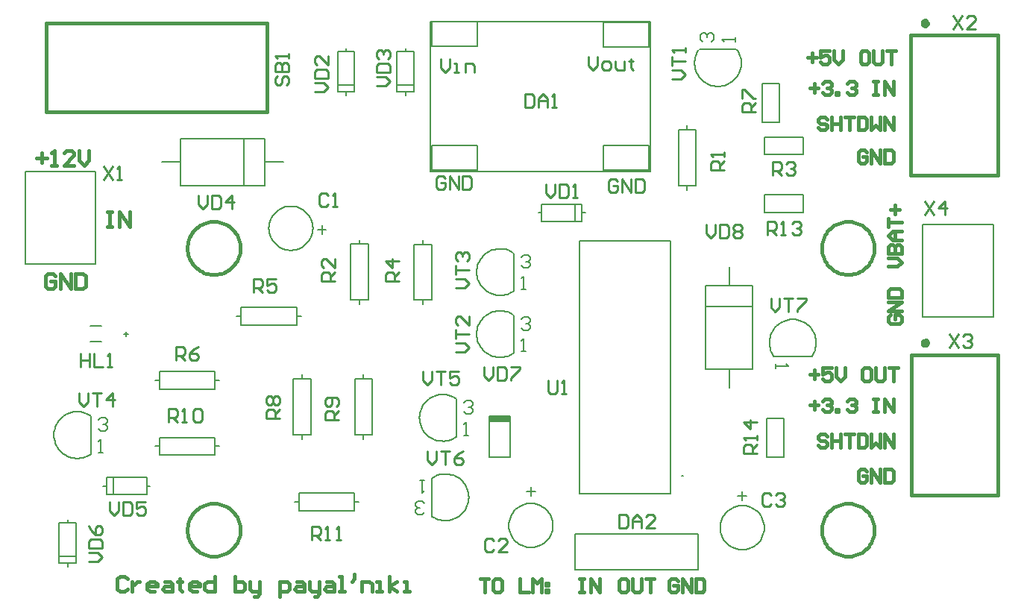
<source format=gto>
G04*
G04 #@! TF.GenerationSoftware,Altium Limited,Altium Designer,20.0.11 (256)*
G04*
G04 Layer_Color=65535*
%FSLAX25Y25*%
%MOIN*%
G70*
G01*
G75*
%ADD10C,0.00787*%
%ADD11C,0.00600*%
%ADD12C,0.02756*%
%ADD13C,0.01575*%
%ADD14C,0.00591*%
%ADD15C,0.01772*%
%ADD16C,0.01000*%
%ADD17R,0.09291X0.02622*%
D10*
X301414Y254016D02*
X300886Y253179D01*
X300439Y252297D01*
X300078Y251376D01*
X299806Y250425D01*
X299625Y249452D01*
X299537Y248467D01*
X299542Y247478D01*
X299642Y246493D01*
X299834Y245523D01*
X300117Y244575D01*
X300488Y243658D01*
X300945Y242781D01*
X301483Y241950D01*
X302097Y241175D01*
X302782Y240461D01*
X303531Y239815D01*
X304338Y239243D01*
X305196Y238750D01*
X306096Y238340D01*
X307032Y238018D01*
X307993Y237786D01*
X308973Y237645D01*
X309961Y237598D01*
X310949Y237645D01*
X311928Y237786D01*
X312890Y238018D01*
X313825Y238340D01*
X314725Y238750D01*
X315583Y239243D01*
X316390Y239815D01*
X317139Y240461D01*
X317824Y241175D01*
X318438Y241950D01*
X318976Y242781D01*
X319433Y243658D01*
X319805Y244575D01*
X320088Y245523D01*
X320280Y246493D01*
X320379Y247478D01*
X320385Y248467D01*
X320297Y249452D01*
X320115Y250425D01*
X319843Y251376D01*
X319482Y252297D01*
X319035Y253179D01*
X318507Y254016D01*
X218583Y135436D02*
X217746Y135964D01*
X216864Y136411D01*
X215943Y136772D01*
X214992Y137045D01*
X214019Y137226D01*
X213034Y137314D01*
X212045Y137308D01*
X211060Y137209D01*
X210090Y137017D01*
X209142Y136734D01*
X208225Y136362D01*
X207348Y135905D01*
X206517Y135367D01*
X205742Y134753D01*
X205028Y134069D01*
X204382Y133319D01*
X203810Y132512D01*
X203317Y131655D01*
X202907Y130754D01*
X202585Y129819D01*
X202352Y128857D01*
X202212Y127878D01*
X202165Y126890D01*
X202212Y125902D01*
X202352Y124922D01*
X202585Y123961D01*
X202907Y123026D01*
X203317Y122125D01*
X203810Y121267D01*
X204382Y120460D01*
X205028Y119711D01*
X205742Y119026D01*
X206517Y118412D01*
X207348Y117874D01*
X208225Y117418D01*
X209142Y117046D01*
X210090Y116763D01*
X211060Y116571D01*
X212045Y116471D01*
X213034Y116466D01*
X214019Y116554D01*
X214992Y116735D01*
X215943Y117007D01*
X216864Y117368D01*
X217746Y117815D01*
X218583Y118343D01*
Y163153D02*
X217746Y163681D01*
X216864Y164128D01*
X215943Y164489D01*
X214992Y164761D01*
X214019Y164942D01*
X213034Y165030D01*
X212045Y165025D01*
X211060Y164925D01*
X210090Y164733D01*
X209142Y164450D01*
X208225Y164078D01*
X207348Y163622D01*
X206517Y163084D01*
X205742Y162470D01*
X205028Y161785D01*
X204382Y161036D01*
X203810Y160229D01*
X203317Y159371D01*
X202907Y158470D01*
X202585Y157535D01*
X202352Y156574D01*
X202212Y155594D01*
X202165Y154606D01*
X202212Y153618D01*
X202352Y152639D01*
X202585Y151677D01*
X202907Y150742D01*
X203317Y149842D01*
X203810Y148984D01*
X204382Y148177D01*
X205028Y147427D01*
X205742Y146743D01*
X206517Y146129D01*
X207348Y145591D01*
X208225Y145134D01*
X209142Y144762D01*
X210090Y144479D01*
X211060Y144287D01*
X212045Y144188D01*
X213034Y144182D01*
X214019Y144270D01*
X214992Y144451D01*
X215943Y144724D01*
X216864Y145085D01*
X217746Y145532D01*
X218583Y146060D01*
X29606Y90318D02*
X28770Y90846D01*
X27887Y91293D01*
X26966Y91654D01*
X26015Y91926D01*
X25043Y92108D01*
X24057Y92196D01*
X23068Y92190D01*
X22084Y92091D01*
X21113Y91899D01*
X20166Y91615D01*
X19249Y91244D01*
X18371Y90787D01*
X17541Y90249D01*
X16765Y89635D01*
X16051Y88950D01*
X15405Y88201D01*
X14833Y87394D01*
X14341Y86536D01*
X13931Y85636D01*
X13609Y84701D01*
X13376Y83739D01*
X13236Y82760D01*
X13189Y81772D01*
X13236Y80783D01*
X13376Y79804D01*
X13609Y78843D01*
X13931Y77907D01*
X14341Y77007D01*
X14833Y76149D01*
X15406Y75342D01*
X16051Y74593D01*
X16765Y73908D01*
X17541Y73294D01*
X18371Y72756D01*
X19249Y72299D01*
X20166Y71928D01*
X21113Y71645D01*
X22084Y71453D01*
X23068Y71353D01*
X24057Y71348D01*
X25043Y71436D01*
X26015Y71617D01*
X26966Y71889D01*
X27887Y72250D01*
X28770Y72697D01*
X29606Y73225D01*
X192992Y98035D02*
X192156Y98563D01*
X191273Y99010D01*
X190352Y99371D01*
X189401Y99643D01*
X188428Y99824D01*
X187443Y99912D01*
X186454Y99906D01*
X185470Y99807D01*
X184499Y99615D01*
X183551Y99332D01*
X182635Y98960D01*
X181757Y98504D01*
X180927Y97966D01*
X180151Y97352D01*
X179437Y96667D01*
X178791Y95918D01*
X178219Y95111D01*
X177726Y94253D01*
X177317Y93352D01*
X176994Y92417D01*
X176762Y91456D01*
X176622Y90476D01*
X176575Y89488D01*
X176622Y88500D01*
X176762Y87521D01*
X176994Y86559D01*
X177317Y85624D01*
X177726Y84724D01*
X178219Y83866D01*
X178791Y83059D01*
X179437Y82309D01*
X180151Y81625D01*
X180927Y81011D01*
X181757Y80473D01*
X182635Y80016D01*
X183551Y79644D01*
X184499Y79361D01*
X185470Y79169D01*
X186454Y79070D01*
X187443Y79064D01*
X188428Y79152D01*
X189401Y79333D01*
X190352Y79606D01*
X191273Y79967D01*
X192156Y80414D01*
X192992Y80942D01*
X182205Y45391D02*
X183041Y44862D01*
X183924Y44416D01*
X184845Y44054D01*
X185796Y43782D01*
X186768Y43601D01*
X187754Y43513D01*
X188743Y43519D01*
X189727Y43618D01*
X190698Y43810D01*
X191646Y44093D01*
X192562Y44465D01*
X193440Y44922D01*
X194270Y45459D01*
X195046Y46073D01*
X195760Y46758D01*
X196405Y47508D01*
X196977Y48315D01*
X197470Y49172D01*
X197880Y50073D01*
X198203Y51008D01*
X198435Y51970D01*
X198575Y52949D01*
X198622Y53937D01*
X198575Y54925D01*
X198435Y55904D01*
X198203Y56866D01*
X197880Y57801D01*
X197470Y58702D01*
X196977Y59559D01*
X196405Y60366D01*
X195760Y61116D01*
X195046Y61801D01*
X194270Y62415D01*
X193440Y62953D01*
X192562Y63409D01*
X191646Y63781D01*
X190698Y64064D01*
X189727Y64256D01*
X188743Y64355D01*
X187754Y64361D01*
X186768Y64273D01*
X185796Y64092D01*
X184845Y63820D01*
X183924Y63458D01*
X183041Y63012D01*
X182205Y62483D01*
X351972Y117047D02*
X352500Y117884D01*
X352947Y118766D01*
X353308Y119687D01*
X353580Y120638D01*
X353761Y121611D01*
X353849Y122596D01*
X353844Y123585D01*
X353744Y124570D01*
X353552Y125540D01*
X353269Y126488D01*
X352897Y127405D01*
X352441Y128282D01*
X351903Y129113D01*
X351289Y129888D01*
X350604Y130602D01*
X349855Y131248D01*
X349048Y131820D01*
X348190Y132313D01*
X347289Y132723D01*
X346354Y133045D01*
X345393Y133277D01*
X344413Y133418D01*
X343425Y133465D01*
X342437Y133418D01*
X341458Y133277D01*
X340496Y133045D01*
X339561Y132723D01*
X338661Y132313D01*
X337803Y131820D01*
X336996Y131248D01*
X336246Y130602D01*
X335562Y129888D01*
X334948Y129113D01*
X334410Y128282D01*
X333953Y127405D01*
X333581Y126488D01*
X333298Y125540D01*
X333106Y124570D01*
X333007Y123585D01*
X333001Y122596D01*
X333089Y121611D01*
X333270Y120638D01*
X333543Y119687D01*
X333904Y118766D01*
X334351Y117884D01*
X334879Y117047D01*
X236221Y41339D02*
X236170Y42334D01*
X236019Y43320D01*
X235769Y44285D01*
X235423Y45220D01*
X234984Y46115D01*
X234456Y46961D01*
X233846Y47750D01*
X233159Y48472D01*
X232403Y49122D01*
X231584Y49691D01*
X230713Y50175D01*
X229796Y50568D01*
X228845Y50867D01*
X227868Y51068D01*
X226876Y51169D01*
X225879D01*
X224887Y51068D01*
X223911Y50867D01*
X222960Y50568D01*
X222043Y50175D01*
X221172Y49691D01*
X220353Y49122D01*
X219597Y48472D01*
X218910Y47750D01*
X218300Y46961D01*
X217772Y46115D01*
X217333Y45220D01*
X216987Y44285D01*
X216737Y43320D01*
X216586Y42334D01*
X216535Y41339D01*
X216586Y40343D01*
X216737Y39357D01*
X216987Y38392D01*
X217333Y37457D01*
X217772Y36562D01*
X218300Y35716D01*
X218910Y34927D01*
X219597Y34205D01*
X220353Y33555D01*
X221172Y32986D01*
X222043Y32502D01*
X222960Y32109D01*
X223911Y31810D01*
X224887Y31610D01*
X225879Y31509D01*
X226876D01*
X227868Y31610D01*
X228845Y31810D01*
X229796Y32109D01*
X230713Y32502D01*
X231584Y32986D01*
X232403Y33555D01*
X233159Y34205D01*
X233846Y34927D01*
X234456Y35716D01*
X234984Y36562D01*
X235423Y37457D01*
X235769Y38392D01*
X236019Y39357D01*
X236170Y40343D01*
X236221Y41339D01*
X330709Y40354D02*
X330658Y41350D01*
X330507Y42336D01*
X330257Y43301D01*
X329911Y44236D01*
X329472Y45131D01*
X328944Y45977D01*
X328334Y46766D01*
X327647Y47488D01*
X326891Y48138D01*
X326073Y48707D01*
X325201Y49191D01*
X324285Y49584D01*
X323333Y49883D01*
X322357Y50083D01*
X321365Y50184D01*
X320368D01*
X319376Y50083D01*
X318399Y49883D01*
X317448Y49584D01*
X316532Y49191D01*
X315660Y48707D01*
X314842Y48138D01*
X314085Y47488D01*
X313398Y46766D01*
X312788Y45977D01*
X312260Y45131D01*
X311821Y44236D01*
X311475Y43301D01*
X311225Y42336D01*
X311074Y41350D01*
X311024Y40354D01*
X311074Y39359D01*
X311225Y38373D01*
X311475Y37408D01*
X311821Y36473D01*
X312260Y35578D01*
X312788Y34732D01*
X313398Y33943D01*
X314085Y33220D01*
X314842Y32571D01*
X315660Y32002D01*
X316532Y31518D01*
X317448Y31124D01*
X318399Y30826D01*
X319376Y30625D01*
X320368Y30524D01*
X321365D01*
X322357Y30625D01*
X323333Y30826D01*
X324285Y31124D01*
X325201Y31518D01*
X326073Y32002D01*
X326891Y32571D01*
X327647Y33220D01*
X328334Y33943D01*
X328944Y34732D01*
X329472Y35578D01*
X329911Y36473D01*
X330257Y37408D01*
X330507Y38373D01*
X330658Y39359D01*
X330709Y40354D01*
X128937Y174213D02*
X128886Y175208D01*
X128735Y176194D01*
X128486Y177159D01*
X128139Y178094D01*
X127700Y178989D01*
X127173Y179835D01*
X126563Y180624D01*
X125876Y181346D01*
X125119Y181996D01*
X124301Y182565D01*
X123429Y183049D01*
X122513Y183442D01*
X121562Y183741D01*
X120585Y183942D01*
X119593Y184043D01*
X118596D01*
X117604Y183942D01*
X116627Y183741D01*
X115676Y183442D01*
X114760Y183049D01*
X113888Y182565D01*
X113070Y181996D01*
X112313Y181346D01*
X111626Y180624D01*
X111016Y179835D01*
X110489Y178989D01*
X110050Y178094D01*
X109703Y177159D01*
X109453Y176194D01*
X109302Y175208D01*
X109252Y174213D01*
X109302Y173217D01*
X109453Y172231D01*
X109703Y171266D01*
X110050Y170331D01*
X110489Y169436D01*
X111016Y168590D01*
X111626Y167801D01*
X112313Y167079D01*
X113070Y166429D01*
X113888Y165860D01*
X114760Y165376D01*
X115676Y164983D01*
X116628Y164684D01*
X117604Y164484D01*
X118596Y164383D01*
X119593D01*
X120585Y164484D01*
X121562Y164684D01*
X122513Y164983D01*
X123429Y165376D01*
X124301Y165860D01*
X125119Y166429D01*
X125876Y167079D01*
X126563Y167801D01*
X127173Y168590D01*
X127700Y169436D01*
X128139Y170331D01*
X128486Y171266D01*
X128735Y172231D01*
X128886Y173217D01*
X128937Y174213D01*
X301693Y254134D02*
X318228D01*
X218701Y118622D02*
Y135158D01*
Y146339D02*
Y162874D01*
X29724Y73504D02*
Y90039D01*
X193110Y81221D02*
Y97756D01*
X182087Y45669D02*
Y62205D01*
X335157Y116929D02*
X351693D01*
X330906Y181387D02*
X348228D01*
X330906Y189261D02*
X348228D01*
Y181387D02*
Y189261D01*
X330906Y181387D02*
Y189261D01*
X339567Y72047D02*
Y89370D01*
X331693Y72047D02*
Y89370D01*
X339567D01*
X331693Y72047D02*
X339567D01*
X337598Y221654D02*
Y238976D01*
X329724Y221654D02*
Y238976D01*
X337598D01*
X329724Y221654D02*
X337598D01*
X330906Y207073D02*
X348228D01*
X330906Y214947D02*
X348228D01*
Y207073D02*
Y214947D01*
X330906Y207073D02*
Y214947D01*
X207864Y71862D02*
Y90110D01*
X217155D01*
Y71862D02*
Y90110D01*
X207864Y71862D02*
X217155D01*
X97941Y193583D02*
Y213898D01*
X61433Y203740D02*
X69890D01*
X107291D02*
X115748D01*
X107291Y193307D02*
Y214173D01*
X69890D02*
X107291D01*
X69890Y193307D02*
Y214173D01*
Y193307D02*
X107291D01*
X325392Y111205D02*
Y148607D01*
X304526Y111205D02*
X325392D01*
X304526D02*
Y148607D01*
X325392D01*
X314959D02*
Y157064D01*
Y102749D02*
Y111205D01*
X304802Y139257D02*
X325117D01*
X301181Y21654D02*
Y37402D01*
X246063D02*
X301181D01*
X246063Y21654D02*
Y37402D01*
Y21654D02*
X301181D01*
X229606Y181102D02*
X231181D01*
X249134D02*
X250709D01*
X246063Y177736D02*
Y184468D01*
X249134Y177342D02*
Y184862D01*
X231181D02*
X249134D01*
X231181Y177342D02*
Y184862D01*
Y177342D02*
X249134D01*
X54646Y59055D02*
X56221D01*
X35118D02*
X36693D01*
X39764Y55689D02*
Y62421D01*
X36693Y55295D02*
Y62815D01*
Y55295D02*
X54646D01*
Y62815D01*
X36693D02*
X54646D01*
X19291Y42441D02*
Y44016D01*
Y22913D02*
Y24488D01*
X15925Y27559D02*
X22658D01*
X15531Y24488D02*
X23051D01*
Y42441D01*
X15531D02*
X23051D01*
X15531Y24488D02*
Y42441D01*
X258676Y257975D02*
Y263487D01*
X279206Y255217D02*
Y266240D01*
X258675D02*
X279206D01*
X258675Y255217D02*
X279206D01*
X258676Y263487D02*
Y266243D01*
Y255219D02*
Y257975D01*
X202466Y258167D02*
Y263679D01*
X181936Y255413D02*
Y266437D01*
Y255413D02*
X202467D01*
X181936Y266437D02*
X202467D01*
X202466Y255411D02*
Y258167D01*
Y263679D02*
Y266434D01*
X258676Y202857D02*
Y208369D01*
X279206Y200099D02*
Y211122D01*
X258675D02*
X279206D01*
X258675Y200099D02*
X279206D01*
X258676Y208369D02*
Y211125D01*
Y200101D02*
Y202857D01*
X202466Y203049D02*
Y208560D01*
X181936Y200295D02*
Y211319D01*
Y200295D02*
X202467D01*
X181936Y211319D02*
X202467D01*
X202466Y200293D02*
Y203049D01*
Y208560D02*
Y211316D01*
X143701Y253071D02*
Y254646D01*
Y233543D02*
Y235118D01*
X140335Y238189D02*
X147067D01*
X139941Y235118D02*
X147461D01*
Y253071D01*
X139941D02*
X147461D01*
X139941Y235118D02*
Y253071D01*
X45472Y125984D02*
Y127953D01*
X44488Y126969D02*
X46457D01*
X29528Y130512D02*
X34449D01*
X29528Y123425D02*
X34449D01*
X170276Y253071D02*
Y254646D01*
Y233543D02*
Y235118D01*
X166909Y238189D02*
X173642D01*
X166516Y235118D02*
X174035D01*
Y253071D01*
X166516D02*
X174035D01*
X166516Y235118D02*
Y253071D01*
D11*
X294467Y63450D02*
X293867D01*
X294467D01*
X288918Y55469D02*
Y168669D01*
X248118Y55469D02*
X288918D01*
X248118D02*
Y168669D01*
X288918D01*
D12*
X403445Y265709D02*
X402901Y266458D01*
X402021Y266172D01*
Y265246D01*
X402901Y264960D01*
X403445Y265709D01*
X403504Y122832D02*
X402960Y123581D01*
X402080Y123294D01*
Y122369D01*
X402960Y122083D01*
X403504Y122832D01*
D13*
X379921Y165354D02*
X379879Y166356D01*
X379751Y167350D01*
X379540Y168330D01*
X379247Y169289D01*
X378873Y170219D01*
X378421Y171115D01*
X377896Y171968D01*
X377300Y172774D01*
X376637Y173527D01*
X375914Y174221D01*
X375133Y174850D01*
X374303Y175412D01*
X373428Y175901D01*
X372514Y176314D01*
X371569Y176648D01*
X370599Y176900D01*
X369610Y177070D01*
X368612Y177155D01*
X367609D01*
X366610Y177070D01*
X365622Y176900D01*
X364652Y176648D01*
X363706Y176314D01*
X362793Y175901D01*
X361918Y175412D01*
X361087Y174850D01*
X360307Y174221D01*
X359583Y173527D01*
X358921Y172774D01*
X358325Y171968D01*
X357799Y171115D01*
X357348Y170219D01*
X356974Y169289D01*
X356680Y168330D01*
X356469Y167350D01*
X356342Y166356D01*
X356299Y165354D01*
X356342Y164353D01*
X356469Y163358D01*
X356680Y162378D01*
X356974Y161420D01*
X357348Y160489D01*
X357799Y159594D01*
X358325Y158740D01*
X358921Y157934D01*
X359583Y157182D01*
X360307Y156488D01*
X361087Y155858D01*
X361918Y155297D01*
X362793Y154808D01*
X363706Y154395D01*
X364652Y154061D01*
X365622Y153808D01*
X366610Y153639D01*
X367609Y153554D01*
X368612D01*
X369611Y153639D01*
X370599Y153808D01*
X371569Y154061D01*
X372514Y154395D01*
X373428Y154808D01*
X374303Y155297D01*
X375133Y155858D01*
X375914Y156488D01*
X376637Y157182D01*
X377300Y157934D01*
X377896Y158740D01*
X378421Y159594D01*
X378873Y160489D01*
X379247Y161420D01*
X379540Y162378D01*
X379751Y163358D01*
X379879Y164353D01*
X379921Y165354D01*
X96457D02*
X96414Y166356D01*
X96287Y167350D01*
X96076Y168330D01*
X95782Y169289D01*
X95408Y170219D01*
X94957Y171115D01*
X94431Y171968D01*
X93835Y172774D01*
X93173Y173527D01*
X92449Y174221D01*
X91669Y174850D01*
X90838Y175412D01*
X89963Y175901D01*
X89050Y176314D01*
X88104Y176648D01*
X87134Y176900D01*
X86146Y177070D01*
X85147Y177155D01*
X84144D01*
X83145Y177070D01*
X82157Y176900D01*
X81187Y176648D01*
X80242Y176314D01*
X79328Y175901D01*
X78453Y175412D01*
X77622Y174850D01*
X76842Y174221D01*
X76119Y173527D01*
X75456Y172774D01*
X74860Y171968D01*
X74335Y171115D01*
X73883Y170219D01*
X73509Y169289D01*
X73216Y168330D01*
X73005Y167350D01*
X72877Y166356D01*
X72835Y165354D01*
X72877Y164353D01*
X73005Y163358D01*
X73216Y162378D01*
X73509Y161420D01*
X73883Y160489D01*
X74335Y159594D01*
X74860Y158740D01*
X75456Y157934D01*
X76119Y157182D01*
X76842Y156488D01*
X77622Y155858D01*
X78453Y155297D01*
X79328Y154808D01*
X80242Y154395D01*
X81187Y154061D01*
X82157Y153808D01*
X83145Y153639D01*
X84144Y153554D01*
X85147D01*
X86146Y153639D01*
X87134Y153808D01*
X88104Y154061D01*
X89050Y154395D01*
X89963Y154808D01*
X90838Y155297D01*
X91669Y155858D01*
X92449Y156488D01*
X93173Y157182D01*
X93835Y157934D01*
X94431Y158740D01*
X94957Y159594D01*
X95408Y160489D01*
X95782Y161420D01*
X96076Y162378D01*
X96287Y163358D01*
X96414Y164353D01*
X96457Y165354D01*
X379921Y39370D02*
X379879Y40372D01*
X379751Y41366D01*
X379540Y42346D01*
X379247Y43305D01*
X378873Y44235D01*
X378421Y45130D01*
X377896Y45984D01*
X377300Y46790D01*
X376637Y47543D01*
X375914Y48236D01*
X375133Y48866D01*
X374303Y49428D01*
X373428Y49916D01*
X372514Y50329D01*
X371569Y50663D01*
X370599Y50916D01*
X369610Y51085D01*
X368612Y51170D01*
X367609D01*
X366610Y51085D01*
X365622Y50916D01*
X364652Y50663D01*
X363706Y50329D01*
X362793Y49916D01*
X361918Y49428D01*
X361087Y48866D01*
X360307Y48236D01*
X359583Y47543D01*
X358921Y46790D01*
X358325Y45984D01*
X357799Y45130D01*
X357348Y44235D01*
X356974Y43305D01*
X356680Y42346D01*
X356469Y41366D01*
X356342Y40372D01*
X356299Y39370D01*
X356342Y38368D01*
X356469Y37374D01*
X356680Y36394D01*
X356974Y35435D01*
X357348Y34505D01*
X357799Y33610D01*
X358325Y32756D01*
X358921Y31950D01*
X359583Y31198D01*
X360307Y30504D01*
X361087Y29874D01*
X361918Y29313D01*
X362793Y28824D01*
X363706Y28411D01*
X364652Y28077D01*
X365622Y27824D01*
X366610Y27655D01*
X367609Y27570D01*
X368612D01*
X369611Y27655D01*
X370599Y27824D01*
X371569Y28077D01*
X372514Y28411D01*
X373428Y28824D01*
X374303Y29313D01*
X375133Y29874D01*
X375914Y30504D01*
X376637Y31198D01*
X377300Y31950D01*
X377896Y32756D01*
X378421Y33610D01*
X378873Y34505D01*
X379247Y35435D01*
X379540Y36394D01*
X379751Y37374D01*
X379879Y38368D01*
X379921Y39370D01*
X96457D02*
X96414Y40372D01*
X96287Y41366D01*
X96076Y42346D01*
X95782Y43305D01*
X95408Y44235D01*
X94957Y45130D01*
X94431Y45984D01*
X93835Y46790D01*
X93173Y47543D01*
X92449Y48236D01*
X91669Y48866D01*
X90838Y49428D01*
X89963Y49916D01*
X89050Y50329D01*
X88104Y50663D01*
X87134Y50916D01*
X86146Y51085D01*
X85147Y51170D01*
X84144D01*
X83145Y51085D01*
X82157Y50916D01*
X81187Y50663D01*
X80242Y50329D01*
X79328Y49916D01*
X78453Y49428D01*
X77622Y48866D01*
X76842Y48236D01*
X76119Y47543D01*
X75456Y46790D01*
X74860Y45984D01*
X74335Y45130D01*
X73883Y44235D01*
X73509Y43305D01*
X73216Y42346D01*
X73005Y41366D01*
X72877Y40372D01*
X72835Y39370D01*
X72877Y38368D01*
X73005Y37374D01*
X73216Y36394D01*
X73509Y35435D01*
X73883Y34505D01*
X74335Y33610D01*
X74860Y32756D01*
X75456Y31950D01*
X76119Y31198D01*
X76842Y30504D01*
X77622Y29874D01*
X78453Y29313D01*
X79328Y28824D01*
X80242Y28411D01*
X81187Y28077D01*
X82157Y27824D01*
X83145Y27655D01*
X84144Y27570D01*
X85147D01*
X86146Y27655D01*
X87134Y27824D01*
X88104Y28077D01*
X89050Y28411D01*
X89963Y28824D01*
X90838Y29313D01*
X91669Y29874D01*
X92449Y30504D01*
X93173Y31198D01*
X93835Y31950D01*
X94431Y32756D01*
X94957Y33610D01*
X95408Y34505D01*
X95782Y35435D01*
X96076Y36394D01*
X96287Y37374D01*
X96414Y38368D01*
X96457Y39370D01*
X396260Y260591D02*
X435039D01*
Y197795D02*
Y260591D01*
X396260Y197795D02*
X435039D01*
X396260D02*
Y260591D01*
X396319Y54918D02*
Y117713D01*
Y54918D02*
X435099D01*
Y117713D01*
X396319D02*
X435099D01*
X9843Y226378D02*
Y265748D01*
X108268D01*
X9843Y226378D02*
X108268D01*
Y265748D01*
X203642Y17616D02*
X207577D01*
X205610D01*
Y11713D01*
X212497Y17616D02*
X210529D01*
X209545Y16632D01*
Y12697D01*
X210529Y11713D01*
X212497D01*
X213481Y12697D01*
Y16632D01*
X212497Y17616D01*
X221353D02*
Y11713D01*
X225288D01*
X227256D02*
Y17616D01*
X229224Y15648D01*
X231192Y17616D01*
Y11713D01*
X233160Y15648D02*
X234144D01*
Y14664D01*
X233160D01*
Y15648D01*
Y12697D02*
X234144D01*
Y11713D01*
X233160D01*
Y12697D01*
X387206Y135432D02*
X386222Y134448D01*
Y132480D01*
X387206Y131496D01*
X391142D01*
X392126Y132480D01*
Y134448D01*
X391142Y135432D01*
X389174D01*
Y133464D01*
X392126Y137400D02*
X386222D01*
X392126Y141335D01*
X386222D01*
Y143303D02*
X392126D01*
Y146255D01*
X391142Y147239D01*
X387206D01*
X386222Y146255D01*
Y143303D01*
X386222Y157087D02*
X390158D01*
X392126Y159055D01*
X390158Y161022D01*
X386222D01*
Y162990D02*
X392126D01*
Y165942D01*
X391142Y166926D01*
X390158D01*
X389174Y165942D01*
Y162990D01*
Y165942D01*
X388190Y166926D01*
X387206D01*
X386222Y165942D01*
Y162990D01*
X392126Y168894D02*
X388190D01*
X386222Y170862D01*
X388190Y172829D01*
X392126D01*
X389174D01*
Y168894D01*
X386222Y174797D02*
Y178733D01*
Y176765D01*
X392126D01*
X389174Y180701D02*
Y184637D01*
X387206Y182669D02*
X391142D01*
X292125Y16632D02*
X291141Y17616D01*
X289173D01*
X288189Y16632D01*
Y12697D01*
X289173Y11713D01*
X291141D01*
X292125Y12697D01*
Y14664D01*
X290157D01*
X294093Y11713D02*
Y17616D01*
X298028Y11713D01*
Y17616D01*
X299996D02*
Y11713D01*
X302948D01*
X303932Y12697D01*
Y16632D01*
X302948Y17616D01*
X299996D01*
X248130Y17419D02*
X250098D01*
X249114D01*
Y11516D01*
X248130D01*
X250098D01*
X253050D02*
Y17419D01*
X256985Y11516D01*
Y17419D01*
X268798D02*
X266830D01*
X265846Y16435D01*
Y12500D01*
X266830Y11516D01*
X268798D01*
X269782Y12500D01*
Y16435D01*
X268798Y17419D01*
X271750D02*
Y12500D01*
X272734Y11516D01*
X274702D01*
X275686Y12500D01*
Y17419D01*
X277654D02*
X281589D01*
X279622D01*
Y11516D01*
X350984Y108857D02*
X354920D01*
X352952Y110825D02*
Y106889D01*
X360824Y111809D02*
X356888D01*
Y108857D01*
X358856Y109841D01*
X359840D01*
X360824Y108857D01*
Y106889D01*
X359840Y105905D01*
X357872D01*
X356888Y106889D01*
X362791Y111809D02*
Y107873D01*
X364759Y105905D01*
X366727Y107873D01*
Y111809D01*
X377551D02*
X375583D01*
X374599Y110825D01*
Y106889D01*
X375583Y105905D01*
X377551D01*
X378534Y106889D01*
Y110825D01*
X377551Y111809D01*
X380502D02*
Y106889D01*
X381486Y105905D01*
X383454D01*
X384438Y106889D01*
Y111809D01*
X386406D02*
X390342D01*
X388374D01*
Y105905D01*
X376573Y65550D02*
X375590Y66533D01*
X373622D01*
X372638Y65550D01*
Y61614D01*
X373622Y60630D01*
X375590D01*
X376573Y61614D01*
Y63582D01*
X374606D01*
X378541Y60630D02*
Y66533D01*
X382477Y60630D01*
Y66533D01*
X384445D02*
Y60630D01*
X387397D01*
X388381Y61614D01*
Y65550D01*
X387397Y66533D01*
X384445D01*
X350984Y95078D02*
X354920D01*
X352952Y97046D02*
Y93110D01*
X356888Y97046D02*
X357872Y98030D01*
X359840D01*
X360824Y97046D01*
Y96062D01*
X359840Y95078D01*
X358856D01*
X359840D01*
X360824Y94094D01*
Y93110D01*
X359840Y92126D01*
X357872D01*
X356888Y93110D01*
X362791Y92126D02*
Y93110D01*
X363775D01*
Y92126D01*
X362791D01*
X367711Y97046D02*
X368695Y98030D01*
X370663D01*
X371647Y97046D01*
Y96062D01*
X370663Y95078D01*
X369679D01*
X370663D01*
X371647Y94094D01*
Y93110D01*
X370663Y92126D01*
X368695D01*
X367711Y93110D01*
X379518Y98030D02*
X381486D01*
X380502D01*
Y92126D01*
X379518D01*
X381486D01*
X384438D02*
Y98030D01*
X388374Y92126D01*
Y98030D01*
X358857Y81298D02*
X357873Y82282D01*
X355905D01*
X354921Y81298D01*
Y80314D01*
X355905Y79330D01*
X357873D01*
X358857Y78346D01*
Y77362D01*
X357873Y76378D01*
X355905D01*
X354921Y77362D01*
X360825Y82282D02*
Y76378D01*
Y79330D01*
X364761D01*
Y82282D01*
Y76378D01*
X366728Y82282D02*
X370664D01*
X368696D01*
Y76378D01*
X372632Y82282D02*
Y76378D01*
X375584D01*
X376568Y77362D01*
Y81298D01*
X375584Y82282D01*
X372632D01*
X378536D02*
Y76378D01*
X380504Y78346D01*
X382471Y76378D01*
Y82282D01*
X384439Y76378D02*
Y82282D01*
X388375Y76378D01*
Y82282D01*
X358857Y223030D02*
X357873Y224014D01*
X355905D01*
X354921Y223030D01*
Y222046D01*
X355905Y221062D01*
X357873D01*
X358857Y220078D01*
Y219094D01*
X357873Y218110D01*
X355905D01*
X354921Y219094D01*
X360825Y224014D02*
Y218110D01*
Y221062D01*
X364761D01*
Y224014D01*
Y218110D01*
X366728Y224014D02*
X370664D01*
X368696D01*
Y218110D01*
X372632Y224014D02*
Y218110D01*
X375584D01*
X376568Y219094D01*
Y223030D01*
X375584Y224014D01*
X372632D01*
X378536D02*
Y218110D01*
X380504Y220078D01*
X382471Y218110D01*
Y224014D01*
X384439Y218110D02*
Y224014D01*
X388375Y218110D01*
Y224014D01*
X350984Y236810D02*
X354920D01*
X352952Y238778D02*
Y234842D01*
X356888Y238778D02*
X357872Y239762D01*
X359840D01*
X360824Y238778D01*
Y237794D01*
X359840Y236810D01*
X358856D01*
X359840D01*
X360824Y235826D01*
Y234842D01*
X359840Y233858D01*
X357872D01*
X356888Y234842D01*
X362791Y233858D02*
Y234842D01*
X363775D01*
Y233858D01*
X362791D01*
X367711Y238778D02*
X368695Y239762D01*
X370663D01*
X371647Y238778D01*
Y237794D01*
X370663Y236810D01*
X369679D01*
X370663D01*
X371647Y235826D01*
Y234842D01*
X370663Y233858D01*
X368695D01*
X367711Y234842D01*
X379518Y239762D02*
X381486D01*
X380502D01*
Y233858D01*
X379518D01*
X381486D01*
X384438D02*
Y239762D01*
X388374Y233858D01*
Y239762D01*
X376573Y208266D02*
X375590Y209250D01*
X373622D01*
X372638Y208266D01*
Y204330D01*
X373622Y203346D01*
X375590D01*
X376573Y204330D01*
Y206298D01*
X374606D01*
X378541Y203346D02*
Y209250D01*
X382477Y203346D01*
Y209250D01*
X384445D02*
Y203346D01*
X387397D01*
X388381Y204330D01*
Y208266D01*
X387397Y209250D01*
X384445D01*
X350000Y250590D02*
X353936D01*
X351968Y252557D02*
Y248622D01*
X359839Y253541D02*
X355904D01*
Y250590D01*
X357872Y251573D01*
X358855D01*
X359839Y250590D01*
Y248622D01*
X358855Y247638D01*
X356888D01*
X355904Y248622D01*
X361807Y253541D02*
Y249606D01*
X363775Y247638D01*
X365743Y249606D01*
Y253541D01*
X376566D02*
X374598D01*
X373614Y252557D01*
Y248622D01*
X374598Y247638D01*
X376566D01*
X377550Y248622D01*
Y252557D01*
X376566Y253541D01*
X379518D02*
Y248622D01*
X380502Y247638D01*
X382470D01*
X383454Y248622D01*
Y253541D01*
X385422D02*
X389357D01*
X387389D01*
Y247638D01*
X13909Y152820D02*
X12794Y153935D01*
X10564D01*
X9449Y152820D01*
Y148359D01*
X10564Y147244D01*
X12794D01*
X13909Y148359D01*
Y150590D01*
X11679D01*
X16140Y147244D02*
Y153935D01*
X20600Y147244D01*
Y153935D01*
X22830D02*
Y147244D01*
X26176D01*
X27291Y148359D01*
Y152820D01*
X26176Y153935D01*
X22830D01*
X5512Y205708D02*
X9972D01*
X7742Y207938D02*
Y203477D01*
X12203Y202362D02*
X14433D01*
X13318D01*
Y209053D01*
X12203Y207938D01*
X22239Y202362D02*
X17778D01*
X22239Y206823D01*
Y207938D01*
X21124Y209053D01*
X18893D01*
X17778Y207938D01*
X24469Y209053D02*
Y204592D01*
X26699Y202362D01*
X28929Y204592D01*
Y209053D01*
X37008Y181494D02*
X39238D01*
X38123D01*
Y174803D01*
X37008D01*
X39238D01*
X42584D02*
Y181494D01*
X47044Y174803D01*
Y181494D01*
D14*
X401575Y175886D02*
X433071D01*
X401575Y134705D02*
Y175886D01*
Y134705D02*
X433071D01*
Y175886D01*
X296260Y191339D02*
Y193307D01*
Y218110D02*
Y220079D01*
X292323Y193307D02*
X300197D01*
Y218110D01*
X292323D02*
X300197D01*
X292323Y193307D02*
Y218110D01*
X151575Y80013D02*
Y81982D01*
Y106785D02*
Y108754D01*
X147638Y81982D02*
X155512D01*
Y106785D01*
X147638D02*
X155512D01*
X147638Y81982D02*
Y106785D01*
X120669Y51968D02*
X122638D01*
X147441D02*
X149409D01*
X122638Y48031D02*
Y55905D01*
Y48031D02*
X147441D01*
Y55905D01*
X122638D02*
X147441D01*
X58465Y76772D02*
X60433D01*
X85236D02*
X87205D01*
X60433Y72835D02*
Y80709D01*
Y72835D02*
X85236D01*
Y80709D01*
X60433D02*
X85236D01*
X181362Y199709D02*
X279787D01*
X181362D02*
Y266638D01*
X279787D01*
Y199709D02*
Y266638D01*
X121653Y134843D02*
X123622D01*
X94882D02*
X96850D01*
X121653Y130905D02*
Y138779D01*
X96850D02*
X121653D01*
X96850Y130905D02*
Y138779D01*
Y130905D02*
X121653D01*
X178150Y140157D02*
Y142126D01*
Y166929D02*
Y168898D01*
X174213Y142126D02*
X182087D01*
Y166929D01*
X174213D02*
X182087D01*
X174213Y142126D02*
Y166929D01*
X124016Y80013D02*
Y81982D01*
Y106785D02*
Y108754D01*
X120079Y81982D02*
X127953D01*
Y106785D01*
X120079D02*
X127953D01*
X120079Y81982D02*
Y106785D01*
X58465Y106299D02*
X60433D01*
X85236D02*
X87205D01*
X60433Y102362D02*
Y110236D01*
Y102362D02*
X85236D01*
Y110236D01*
X60433D02*
X85236D01*
X295Y199508D02*
X31791D01*
X295Y158327D02*
Y199508D01*
Y158327D02*
X31791D01*
Y199508D01*
X149694Y140308D02*
Y142277D01*
Y167080D02*
Y169048D01*
X145757Y142277D02*
X153631D01*
Y167080D01*
X145757D02*
X153631D01*
X145757Y142277D02*
Y167080D01*
X303202Y257563D02*
X302218Y258547D01*
Y260515D01*
X303202Y261499D01*
X304186D01*
X305170Y260515D01*
Y259531D01*
Y260515D01*
X306154Y261499D01*
X307138D01*
X308122Y260515D01*
Y258547D01*
X307138Y257563D01*
X317752D02*
Y259531D01*
Y258547D01*
X311848D01*
X312832Y257563D01*
X222130Y119098D02*
X224098D01*
X223114D01*
Y125002D01*
X222130Y124018D01*
Y133648D02*
X223114Y134632D01*
X225082D01*
X226066Y133648D01*
Y132664D01*
X225082Y131680D01*
X224098D01*
X225082D01*
X226066Y130696D01*
Y129712D01*
X225082Y128728D01*
X223114D01*
X222130Y129712D01*
Y161365D02*
X223114Y162348D01*
X225082D01*
X226066Y161365D01*
Y160381D01*
X225082Y159397D01*
X224098D01*
X225082D01*
X226066Y158413D01*
Y157429D01*
X225082Y156445D01*
X223114D01*
X222130Y157429D01*
Y146815D02*
X224098D01*
X223114D01*
Y152719D01*
X222130Y151735D01*
X33154Y73980D02*
X35121D01*
X34137D01*
Y79884D01*
X33154Y78900D01*
Y88530D02*
X34137Y89514D01*
X36105D01*
X37089Y88530D01*
Y87546D01*
X36105Y86562D01*
X35121D01*
X36105D01*
X37089Y85578D01*
Y84594D01*
X36105Y83610D01*
X34137D01*
X33154Y84594D01*
X196539Y96246D02*
X197523Y97230D01*
X199491D01*
X200475Y96246D01*
Y95262D01*
X199491Y94279D01*
X198507D01*
X199491D01*
X200475Y93295D01*
Y92311D01*
X199491Y91327D01*
X197523D01*
X196539Y92311D01*
Y81697D02*
X198507D01*
X197523D01*
Y87600D01*
X196539Y86616D01*
X178657Y61728D02*
X176690D01*
X177674D01*
Y55825D01*
X178657Y56809D01*
Y47179D02*
X177674Y46195D01*
X175706D01*
X174722Y47179D01*
Y48163D01*
X175706Y49147D01*
X176690D01*
X175706D01*
X174722Y50130D01*
Y51114D01*
X175706Y52098D01*
X177674D01*
X178657Y51114D01*
X335634Y113500D02*
Y111532D01*
Y112516D01*
X341537D01*
X340554Y113500D01*
X226475Y58465D02*
Y54529D01*
X228443Y56497D02*
X224507D01*
X320865Y56595D02*
Y52659D01*
X322833Y54627D02*
X318897D01*
X134916Y173534D02*
X130981D01*
X132949Y171566D02*
Y175502D01*
D15*
X45996Y17451D02*
X44881Y18567D01*
X42650D01*
X41535Y17451D01*
Y12991D01*
X42650Y11876D01*
X44881D01*
X45996Y12991D01*
X48226Y16336D02*
Y11876D01*
Y14106D01*
X49341Y15221D01*
X50456Y16336D01*
X51572D01*
X58262Y11876D02*
X56032D01*
X54917Y12991D01*
Y15221D01*
X56032Y16336D01*
X58262D01*
X59377Y15221D01*
Y14106D01*
X54917D01*
X62723Y16336D02*
X64953D01*
X66068Y15221D01*
Y11876D01*
X62723D01*
X61608Y12991D01*
X62723Y14106D01*
X66068D01*
X69414Y17451D02*
Y16336D01*
X68298D01*
X70529D01*
X69414D01*
Y12991D01*
X70529Y11876D01*
X77219D02*
X74989D01*
X73874Y12991D01*
Y15221D01*
X74989Y16336D01*
X77219D01*
X78334Y15221D01*
Y14106D01*
X73874D01*
X85025Y18567D02*
Y11876D01*
X81680D01*
X80565Y12991D01*
Y15221D01*
X81680Y16336D01*
X85025D01*
X93946Y18567D02*
Y11876D01*
X97292D01*
X98407Y12991D01*
Y14106D01*
Y15221D01*
X97292Y16336D01*
X93946D01*
X100637D02*
Y12991D01*
X101752Y11876D01*
X105097D01*
Y10761D01*
X103982Y9646D01*
X102867D01*
X105097Y11876D02*
Y16336D01*
X114018Y9646D02*
Y16336D01*
X117364D01*
X118479Y15221D01*
Y12991D01*
X117364Y11876D01*
X114018D01*
X121824Y16336D02*
X124055D01*
X125170Y15221D01*
Y11876D01*
X121824D01*
X120709Y12991D01*
X121824Y14106D01*
X125170D01*
X127400Y16336D02*
Y12991D01*
X128515Y11876D01*
X131860D01*
Y10761D01*
X130745Y9646D01*
X129630D01*
X131860Y11876D02*
Y16336D01*
X135206D02*
X137436D01*
X138551Y15221D01*
Y11876D01*
X135206D01*
X134091Y12991D01*
X135206Y14106D01*
X138551D01*
X140781Y11876D02*
X143012D01*
X141897D01*
Y18567D01*
X140781D01*
X147472Y19682D02*
Y17451D01*
X146357Y16336D01*
X150818Y11876D02*
Y16336D01*
X154163D01*
X155278Y15221D01*
Y11876D01*
X157508D02*
X159739D01*
X158624D01*
Y16336D01*
X157508D01*
X163084Y11876D02*
Y18567D01*
Y14106D02*
X166429Y16336D01*
X163084Y14106D02*
X166429Y11876D01*
X169775D02*
X172005D01*
X170890D01*
Y16336D01*
X169775D01*
D16*
X187936Y196652D02*
X186936Y197652D01*
X184937D01*
X183937Y196652D01*
Y192653D01*
X184937Y191654D01*
X186936D01*
X187936Y192653D01*
Y194653D01*
X185936D01*
X189935Y191654D02*
Y197652D01*
X193934Y191654D01*
Y197652D01*
X195933D02*
Y191654D01*
X198932D01*
X199932Y192653D01*
Y196652D01*
X198932Y197652D01*
X195933D01*
X265038Y195369D02*
X264038Y196368D01*
X262039D01*
X261039Y195369D01*
Y191370D01*
X262039Y190370D01*
X264038D01*
X265038Y191370D01*
Y193369D01*
X263039D01*
X267037Y190370D02*
Y196368D01*
X271036Y190370D01*
Y196368D01*
X273036D02*
Y190370D01*
X276034D01*
X277034Y191370D01*
Y195369D01*
X276034Y196368D01*
X273036D01*
X252164Y251000D02*
Y247002D01*
X254163Y245002D01*
X256163Y247002D01*
Y251000D01*
X259162Y245002D02*
X261161D01*
X262161Y246002D01*
Y248001D01*
X261161Y249001D01*
X259162D01*
X258162Y248001D01*
Y246002D01*
X259162Y245002D01*
X264160Y249001D02*
Y246002D01*
X265160Y245002D01*
X268159D01*
Y249001D01*
X271158Y250001D02*
Y249001D01*
X270158D01*
X272157D01*
X271158D01*
Y246002D01*
X272157Y245002D01*
X186208Y249928D02*
Y245929D01*
X188207Y243930D01*
X190207Y245929D01*
Y249928D01*
X192206Y243930D02*
X194205D01*
X193206D01*
Y247928D01*
X192206D01*
X197204Y243930D02*
Y247928D01*
X200203D01*
X201203Y246929D01*
Y243930D01*
X333600Y142898D02*
Y138899D01*
X335599Y136900D01*
X337599Y138899D01*
Y142898D01*
X339598D02*
X343597D01*
X341597D01*
Y136900D01*
X345596Y142898D02*
X349595D01*
Y141898D01*
X345596Y137900D01*
Y136900D01*
X327591Y73498D02*
X321593D01*
Y76497D01*
X322593Y77496D01*
X324592D01*
X325592Y76497D01*
Y73498D01*
Y75497D02*
X327591Y77496D01*
Y79496D02*
Y81495D01*
Y80495D01*
X321593D01*
X322593Y79496D01*
X327591Y87493D02*
X321593D01*
X324592Y84494D01*
Y88493D01*
X332069Y171214D02*
Y177212D01*
X335068D01*
X336068Y176212D01*
Y174213D01*
X335068Y173213D01*
X332069D01*
X334069D02*
X336068Y171214D01*
X338067D02*
X340067D01*
X339067D01*
Y177212D01*
X338067Y176212D01*
X343066D02*
X344065Y177212D01*
X346065D01*
X347064Y176212D01*
Y175212D01*
X346065Y174213D01*
X345065D01*
X346065D01*
X347064Y173213D01*
Y172213D01*
X346065Y171214D01*
X344065D01*
X343066Y172213D01*
X402482Y186070D02*
X406481Y180072D01*
Y186070D02*
X402482Y180072D01*
X411479D02*
Y186070D01*
X408480Y183071D01*
X412479D01*
X413309Y127015D02*
X417307Y121017D01*
Y127015D02*
X413309Y121017D01*
X419307Y126015D02*
X420306Y127015D01*
X422306D01*
X423306Y126015D01*
Y125015D01*
X422306Y124016D01*
X421306D01*
X422306D01*
X423306Y123016D01*
Y122016D01*
X422306Y121017D01*
X420306D01*
X419307Y122016D01*
X415218Y269223D02*
X419216Y263225D01*
Y269223D02*
X415218Y263225D01*
X425214D02*
X421216D01*
X425214Y267223D01*
Y268223D01*
X424215Y269223D01*
X422215D01*
X421216Y268223D01*
X35371Y201818D02*
X39370Y195820D01*
Y201818D02*
X35371Y195820D01*
X41369D02*
X43369D01*
X42369D01*
Y201818D01*
X41369Y200818D01*
X180192Y74653D02*
Y70654D01*
X182191Y68655D01*
X184190Y70654D01*
Y74653D01*
X186190D02*
X190188D01*
X188189D01*
Y68655D01*
X196186Y74653D02*
X194187Y73653D01*
X192188Y71653D01*
Y69654D01*
X193187Y68655D01*
X195187D01*
X196186Y69654D01*
Y70654D01*
X195187Y71653D01*
X192188D01*
X178026Y110283D02*
Y106284D01*
X180026Y104284D01*
X182025Y106284D01*
Y110283D01*
X184024D02*
X188023D01*
X186024D01*
Y104284D01*
X194021Y110283D02*
X190022D01*
Y107283D01*
X192022Y108283D01*
X193021D01*
X194021Y107283D01*
Y105284D01*
X193021Y104284D01*
X191022D01*
X190022Y105284D01*
X24483Y100440D02*
Y96441D01*
X26482Y94442D01*
X28482Y96441D01*
Y100440D01*
X30481D02*
X34480D01*
X32480D01*
Y94442D01*
X39478D02*
Y100440D01*
X36479Y97441D01*
X40478D01*
X192867Y147593D02*
X196866D01*
X198865Y149592D01*
X196866Y151592D01*
X192867D01*
Y153591D02*
Y157590D01*
Y155590D01*
X198865D01*
X193867Y159589D02*
X192867Y160589D01*
Y162588D01*
X193867Y163588D01*
X194867D01*
X195866Y162588D01*
Y161589D01*
Y162588D01*
X196866Y163588D01*
X197865D01*
X198865Y162588D01*
Y160589D01*
X197865Y159589D01*
X192867Y118892D02*
X196866D01*
X198865Y120892D01*
X196866Y122891D01*
X192867D01*
Y124890D02*
Y128889D01*
Y126890D01*
X198865D01*
Y134887D02*
Y130888D01*
X194867Y134887D01*
X193867D01*
X192867Y133888D01*
Y131888D01*
X193867Y130888D01*
X289324Y241034D02*
X293322D01*
X295322Y243033D01*
X293322Y245033D01*
X289324D01*
Y247032D02*
Y251030D01*
Y249031D01*
X295322D01*
Y253030D02*
Y255029D01*
Y254030D01*
X289324D01*
X290323Y253030D01*
X304755Y175921D02*
Y171922D01*
X306755Y169923D01*
X308754Y171922D01*
Y175921D01*
X310753D02*
Y169923D01*
X313752D01*
X314752Y170923D01*
Y174921D01*
X313752Y175921D01*
X310753D01*
X316751Y174921D02*
X317751Y175921D01*
X319750D01*
X320750Y174921D01*
Y173922D01*
X319750Y172922D01*
X320750Y171922D01*
Y170923D01*
X319750Y169923D01*
X317751D01*
X316751Y170923D01*
Y171922D01*
X317751Y172922D01*
X316751Y173922D01*
Y174921D01*
X317751Y172922D02*
X319750D01*
X205585Y112251D02*
Y108252D01*
X207585Y106253D01*
X209584Y108252D01*
Y112251D01*
X211583D02*
Y106253D01*
X214582D01*
X215582Y107253D01*
Y111251D01*
X214582Y112251D01*
X211583D01*
X217581D02*
X221580D01*
Y111251D01*
X217581Y107253D01*
Y106253D01*
X28891Y25074D02*
X32889D01*
X34889Y27073D01*
X32889Y29072D01*
X28891D01*
Y31071D02*
X34889D01*
Y34071D01*
X33889Y35070D01*
X29890D01*
X28891Y34071D01*
Y31071D01*
Y41068D02*
X29890Y39069D01*
X31890Y37070D01*
X33889D01*
X34889Y38069D01*
Y40069D01*
X33889Y41068D01*
X32889D01*
X31890Y40069D01*
Y37070D01*
X38066Y51818D02*
Y47819D01*
X40065Y45820D01*
X42064Y47819D01*
Y51818D01*
X44064D02*
Y45820D01*
X47063D01*
X48062Y46819D01*
Y50818D01*
X47063Y51818D01*
X44064D01*
X54060D02*
X50062D01*
Y48819D01*
X52061Y49819D01*
X53061D01*
X54060Y48819D01*
Y46819D01*
X53061Y45820D01*
X51061D01*
X50062Y46819D01*
X77632Y189023D02*
Y185024D01*
X79632Y183025D01*
X81631Y185024D01*
Y189023D01*
X83631D02*
Y183025D01*
X86630D01*
X87629Y184024D01*
Y188023D01*
X86630Y189023D01*
X83631D01*
X92628Y183025D02*
Y189023D01*
X89629Y186024D01*
X93627D01*
X157434Y238066D02*
X161433D01*
X163432Y240065D01*
X161433Y242064D01*
X157434D01*
Y244064D02*
X163432D01*
Y247063D01*
X162432Y248062D01*
X158434D01*
X157434Y247063D01*
Y244064D01*
X158434Y250062D02*
X157434Y251061D01*
Y253061D01*
X158434Y254060D01*
X159433D01*
X160433Y253061D01*
Y252061D01*
Y253061D01*
X161433Y254060D01*
X162432D01*
X163432Y253061D01*
Y251061D01*
X162432Y250062D01*
X129875Y235113D02*
X133874D01*
X135873Y237112D01*
X133874Y239111D01*
X129875D01*
Y241111D02*
X135873D01*
Y244110D01*
X134873Y245110D01*
X130875D01*
X129875Y244110D01*
Y241111D01*
X135873Y251108D02*
Y247109D01*
X131874Y251108D01*
X130875D01*
X129875Y250108D01*
Y248109D01*
X130875Y247109D01*
X233160Y193944D02*
Y189945D01*
X235159Y187946D01*
X237158Y189945D01*
Y193944D01*
X239158D02*
Y187946D01*
X242157D01*
X243157Y188945D01*
Y192944D01*
X242157Y193944D01*
X239158D01*
X245156Y187946D02*
X247155D01*
X246156D01*
Y193944D01*
X245156Y192944D01*
X234190Y106345D02*
Y101347D01*
X235190Y100347D01*
X237189D01*
X238189Y101347D01*
Y106345D01*
X240188Y100347D02*
X242188D01*
X241188D01*
Y106345D01*
X240188Y105346D01*
X113158Y242080D02*
X112158Y241080D01*
Y239081D01*
X113158Y238081D01*
X114158D01*
X115157Y239081D01*
Y241080D01*
X116157Y242080D01*
X117157D01*
X118157Y241080D01*
Y239081D01*
X117157Y238081D01*
X112158Y244079D02*
X118157D01*
Y247078D01*
X117157Y248078D01*
X116157D01*
X115157Y247078D01*
Y244079D01*
Y247078D01*
X114158Y248078D01*
X113158D01*
X112158Y247078D01*
Y244079D01*
X118157Y250077D02*
Y252077D01*
Y251077D01*
X112158D01*
X113158Y250077D01*
X128542Y34796D02*
Y40794D01*
X131541D01*
X132540Y39795D01*
Y37795D01*
X131541Y36796D01*
X128542D01*
X130541D02*
X132540Y34796D01*
X134539D02*
X136539D01*
X135539D01*
Y40794D01*
X134539Y39795D01*
X139538Y34796D02*
X141537D01*
X140538D01*
Y40794D01*
X139538Y39795D01*
X64353Y87552D02*
Y93550D01*
X67352D01*
X68352Y92550D01*
Y90551D01*
X67352Y89552D01*
X64353D01*
X66352D02*
X68352Y87552D01*
X70351D02*
X72350D01*
X71351D01*
Y93550D01*
X70351Y92550D01*
X75349D02*
X76349Y93550D01*
X78348D01*
X79348Y92550D01*
Y88552D01*
X78348Y87552D01*
X76349D01*
X75349Y88552D01*
Y92550D01*
X140307Y88720D02*
X134309D01*
Y91719D01*
X135309Y92718D01*
X137308D01*
X138308Y91719D01*
Y88720D01*
Y90719D02*
X140307Y92718D01*
X139307Y94718D02*
X140307Y95718D01*
Y97717D01*
X139307Y98717D01*
X135309D01*
X134309Y97717D01*
Y95718D01*
X135309Y94718D01*
X136308D01*
X137308Y95718D01*
Y98717D01*
X114207Y89313D02*
X108209D01*
Y92312D01*
X109209Y93311D01*
X111208D01*
X112208Y92312D01*
Y89313D01*
Y91312D02*
X114207Y93311D01*
X109209Y95311D02*
X108209Y96310D01*
Y98310D01*
X109209Y99309D01*
X110208D01*
X111208Y98310D01*
X112208Y99309D01*
X113207D01*
X114207Y98310D01*
Y96310D01*
X113207Y95311D01*
X112208D01*
X111208Y96310D01*
X110208Y95311D01*
X109209D01*
X111208Y96310D02*
Y98310D01*
X326818Y226301D02*
X320820D01*
Y229300D01*
X321819Y230299D01*
X323819D01*
X324819Y229300D01*
Y226301D01*
Y228300D02*
X326818Y230299D01*
X320820Y232299D02*
Y236298D01*
X321819D01*
X325818Y232299D01*
X326818D01*
X67836Y115111D02*
Y121109D01*
X70835D01*
X71835Y120110D01*
Y118110D01*
X70835Y117111D01*
X67836D01*
X69836D02*
X71835Y115111D01*
X77833Y121109D02*
X75834Y120110D01*
X73834Y118110D01*
Y116111D01*
X74834Y115111D01*
X76833D01*
X77833Y116111D01*
Y117111D01*
X76833Y118110D01*
X73834D01*
X102285Y145623D02*
Y151621D01*
X105284D01*
X106284Y150621D01*
Y148622D01*
X105284Y147622D01*
X102285D01*
X104284D02*
X106284Y145623D01*
X112282Y151621D02*
X108283D01*
Y148622D01*
X110283Y149622D01*
X111282D01*
X112282Y148622D01*
Y146623D01*
X111282Y145623D01*
X109283D01*
X108283Y146623D01*
X167369Y150513D02*
X161371D01*
Y153512D01*
X162371Y154512D01*
X164370D01*
X165370Y153512D01*
Y150513D01*
Y152513D02*
X167369Y154512D01*
Y159511D02*
X161371D01*
X164370Y156511D01*
Y160510D01*
X334569Y197788D02*
Y203786D01*
X337568D01*
X338567Y202787D01*
Y200787D01*
X337568Y199788D01*
X334569D01*
X336568D02*
X338567Y197788D01*
X340567Y202787D02*
X341566Y203786D01*
X343566D01*
X344565Y202787D01*
Y201787D01*
X343566Y200787D01*
X342566D01*
X343566D01*
X344565Y199788D01*
Y198788D01*
X343566Y197788D01*
X341566D01*
X340567Y198788D01*
X138849Y150676D02*
X132851D01*
Y153675D01*
X133851Y154674D01*
X135850D01*
X136850Y153675D01*
Y150676D01*
Y152675D02*
X138849Y154674D01*
Y160673D02*
Y156674D01*
X134850Y160673D01*
X133851D01*
X132851Y159673D01*
Y157674D01*
X133851Y156674D01*
X312610Y200129D02*
X306611D01*
Y203128D01*
X307611Y204128D01*
X309611D01*
X310610Y203128D01*
Y200129D01*
Y202129D02*
X312610Y204128D01*
Y206127D02*
Y208127D01*
Y207127D01*
X306611D01*
X307611Y206127D01*
X24991Y118157D02*
Y112158D01*
Y115157D01*
X28989D01*
Y118157D01*
Y112158D01*
X30988Y118157D02*
Y112158D01*
X34987D01*
X36987D02*
X38986D01*
X37986D01*
Y118157D01*
X36987Y117157D01*
X265625Y46306D02*
Y40308D01*
X268624D01*
X269623Y41308D01*
Y45306D01*
X268624Y46306D01*
X265625D01*
X271623Y40308D02*
Y44307D01*
X273622Y46306D01*
X275621Y44307D01*
Y40308D01*
Y43307D01*
X271623D01*
X281620Y40308D02*
X277621D01*
X281620Y44307D01*
Y45306D01*
X280620Y46306D01*
X278620D01*
X277621Y45306D01*
X223829Y234298D02*
Y228300D01*
X226828D01*
X227828Y229300D01*
Y233299D01*
X226828Y234298D01*
X223829D01*
X229827Y228300D02*
Y232299D01*
X231826Y234298D01*
X233826Y232299D01*
Y228300D01*
Y231299D01*
X229827D01*
X235825Y228300D02*
X237825D01*
X236825D01*
Y234298D01*
X235825Y233299D01*
X333646Y54922D02*
X332646Y55922D01*
X330647D01*
X329647Y54922D01*
Y50924D01*
X330647Y49924D01*
X332646D01*
X333646Y50924D01*
X335645Y54922D02*
X336645Y55922D01*
X338644D01*
X339644Y54922D01*
Y53923D01*
X338644Y52923D01*
X337645D01*
X338644D01*
X339644Y51923D01*
Y50924D01*
X338644Y49924D01*
X336645D01*
X335645Y50924D01*
X209630Y34528D02*
X208631Y35528D01*
X206631D01*
X205631Y34528D01*
Y30529D01*
X206631Y29530D01*
X208631D01*
X209630Y30529D01*
X215628Y29530D02*
X211630D01*
X215628Y33528D01*
Y34528D01*
X214629Y35528D01*
X212629D01*
X211630Y34528D01*
X135827Y189007D02*
X134827Y190007D01*
X132828D01*
X131828Y189007D01*
Y185009D01*
X132828Y184009D01*
X134827D01*
X135827Y185009D01*
X137826Y184009D02*
X139825D01*
X138826D01*
Y190007D01*
X137826Y189007D01*
D17*
X212510Y88797D02*
D03*
M02*

</source>
